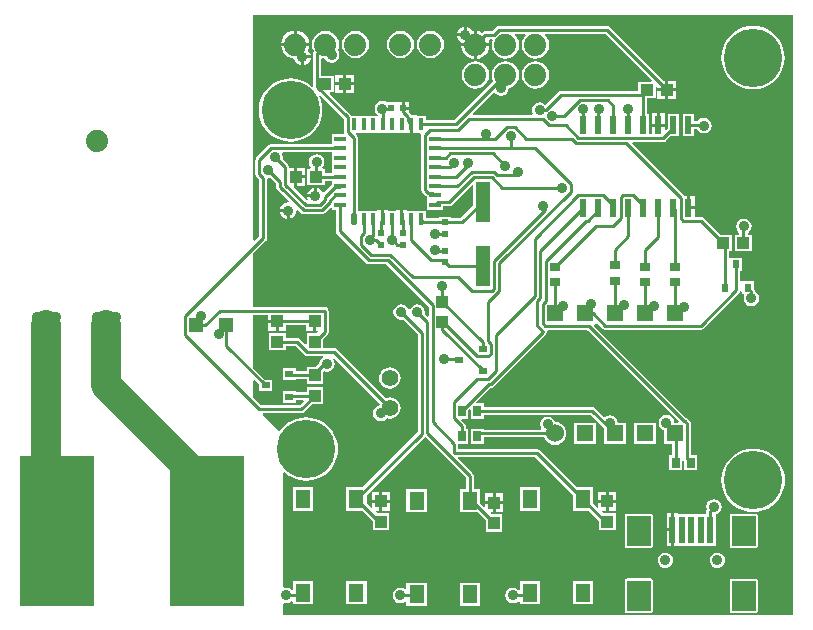
<source format=gtl>
%FSLAX25Y25*%
%MOIN*%
G70*
G01*
G75*
G04 Layer_Physical_Order=1*
G04 Layer_Color=255*
%ADD10R,0.04724X0.13780*%
G04:AMPARAMS|DCode=11|XSize=17.72mil|YSize=39.37mil|CornerRadius=4.43mil|HoleSize=0mil|Usage=FLASHONLY|Rotation=180.000|XOffset=0mil|YOffset=0mil|HoleType=Round|Shape=RoundedRectangle|*
%AMROUNDEDRECTD11*
21,1,0.01772,0.03051,0,0,180.0*
21,1,0.00886,0.03937,0,0,180.0*
1,1,0.00886,-0.00443,0.01526*
1,1,0.00886,0.00443,0.01526*
1,1,0.00886,0.00443,-0.01526*
1,1,0.00886,-0.00443,-0.01526*
%
%ADD11ROUNDEDRECTD11*%
%ADD12R,0.01772X0.03937*%
%ADD13R,0.03937X0.01772*%
%ADD14R,0.01969X0.09055*%
%ADD15R,0.05118X0.06102*%
%ADD16R,0.02756X0.02362*%
%ADD17R,0.02165X0.05906*%
%ADD18R,0.02362X0.02756*%
%ADD19R,0.03937X0.04331*%
%ADD20R,0.02362X0.01969*%
%ADD21R,0.02756X0.03543*%
%ADD22R,0.04331X0.03937*%
%ADD23R,0.03543X0.02756*%
%ADD24R,0.01969X0.02362*%
%ADD25R,0.25000X0.50000*%
%ADD26C,0.01000*%
%ADD27C,0.10000*%
%ADD28R,0.07874X0.09843*%
%ADD29C,0.07400*%
%ADD30C,0.05512*%
%ADD31R,0.05500X0.05500*%
%ADD32C,0.06000*%
%ADD33R,0.05118X0.05118*%
%ADD34R,0.05906X0.05906*%
%ADD35C,0.03500*%
%ADD36C,0.19500*%
%ADD37C,0.03543*%
G36*
X106100Y153903D02*
Y150754D01*
Y147604D01*
Y147326D01*
X103812D01*
Y148768D01*
X103206D01*
X102971Y149209D01*
X103502Y150005D01*
X103700Y151000D01*
X103502Y151995D01*
X102938Y152838D01*
X102095Y153402D01*
X101100Y153600D01*
X100105Y153402D01*
X99261Y152838D01*
X98698Y151995D01*
X98500Y151000D01*
X98698Y150005D01*
X99230Y149209D01*
X98994Y148768D01*
X97881D01*
Y143231D01*
X103812D01*
Y144675D01*
X106100D01*
Y144454D01*
Y143640D01*
X103563Y141103D01*
X103065Y141136D01*
X102661Y141661D01*
X102087Y142102D01*
X101418Y142379D01*
X101200Y142408D01*
Y139700D01*
X100700D01*
Y139200D01*
X97992D01*
X98021Y138982D01*
X98200Y138549D01*
X97784Y138271D01*
X93486Y142570D01*
X93654Y142974D01*
Y146000D01*
Y148969D01*
X92014D01*
Y149212D01*
X91913Y149719D01*
X91625Y150149D01*
X89780Y151995D01*
X89900Y152600D01*
X89702Y153595D01*
X89509Y153884D01*
X89745Y154324D01*
X106100D01*
Y153903D01*
D02*
G37*
G36*
X133089Y160593D02*
X134475D01*
Y160793D01*
X135699D01*
X136016Y160406D01*
X135968Y160163D01*
Y141566D01*
X136068Y141059D01*
X136356Y140629D01*
X136356Y140629D01*
X136356Y140629D01*
X137117Y139867D01*
X137547Y139580D01*
X137793Y139531D01*
Y138155D01*
Y135005D01*
X143330D01*
Y136330D01*
X145238D01*
X145745Y136431D01*
X146175Y136718D01*
X152876Y143419D01*
X153338Y143227D01*
Y136539D01*
X149093Y132294D01*
X145981D01*
Y132753D01*
X142019D01*
Y132294D01*
X137424D01*
Y134637D01*
X131325D01*
Y134837D01*
X129939D01*
Y131869D01*
X128939D01*
Y134837D01*
X127554D01*
Y134637D01*
X125026D01*
Y134837D01*
X123640D01*
Y131869D01*
X122640D01*
Y134837D01*
X121254D01*
Y134637D01*
X115155D01*
D01*
X115155D01*
X115017Y134775D01*
Y158869D01*
X114916Y159376D01*
X114629Y159806D01*
X114103Y160331D01*
X114295Y160793D01*
X130703D01*
Y160593D01*
X132089D01*
Y163561D01*
X133089D01*
Y160593D01*
D02*
G37*
G36*
X260000Y0D02*
X90000D01*
Y3705D01*
X90386Y4022D01*
X91000Y3900D01*
X91995Y4098D01*
X92838Y4662D01*
X93283Y4365D01*
Y3499D01*
X100001D01*
Y11202D01*
X93283D01*
Y8635D01*
X92838Y8338D01*
X91995Y8902D01*
X91000Y9100D01*
X90386Y8978D01*
X90000Y9295D01*
Y47320D01*
X90454Y47529D01*
X91380Y46738D01*
X92796Y45871D01*
X94330Y45235D01*
X95944Y44848D01*
X97600Y44717D01*
X99256Y44848D01*
X100870Y45235D01*
X102404Y45871D01*
X103820Y46738D01*
X105083Y47817D01*
X106161Y49080D01*
X107029Y50496D01*
X107665Y52030D01*
X108052Y53645D01*
X108183Y55300D01*
X108052Y56955D01*
X107665Y58570D01*
X107029Y60104D01*
X106161Y61520D01*
X105083Y62783D01*
X103820Y63862D01*
X102404Y64729D01*
X100870Y65365D01*
X99256Y65752D01*
X97600Y65883D01*
X95944Y65752D01*
X94330Y65365D01*
X92796Y64729D01*
X91380Y63862D01*
X90117Y62783D01*
X89038Y61520D01*
X89037Y61518D01*
X88541Y61459D01*
X83187Y66813D01*
X83379Y67274D01*
X95947D01*
X96454Y67375D01*
X96884Y67663D01*
X96884Y67663D01*
X96884Y67663D01*
X99409Y70188D01*
X103269D01*
Y76119D01*
X97732D01*
Y74479D01*
X94115D01*
Y74741D01*
X89759D01*
Y70779D01*
X94115D01*
Y71828D01*
X96647D01*
X96838Y71366D01*
X95397Y69925D01*
X82492D01*
X80000Y72418D01*
Y78035D01*
X80462Y78227D01*
X81885Y76803D01*
Y74519D01*
X86241D01*
Y78481D01*
X83956D01*
X80000Y82437D01*
Y99986D01*
X85031D01*
Y98347D01*
X88000D01*
Y97847D01*
X88500D01*
Y94681D01*
X90969D01*
Y96521D01*
X97531D01*
Y94681D01*
X100000D01*
Y97847D01*
X101000D01*
Y94681D01*
X101500D01*
X101560Y94535D01*
X101283Y94119D01*
X97732D01*
Y90478D01*
X97270Y90286D01*
X95465Y92091D01*
X95035Y92378D01*
X94528Y92479D01*
X90768D01*
Y94119D01*
X85232D01*
Y88188D01*
X90768D01*
Y89828D01*
X93979D01*
X97056Y86751D01*
X97486Y86464D01*
X97993Y86363D01*
X103134D01*
X103279Y85884D01*
X102762Y85539D01*
X102198Y84695D01*
X102043Y83918D01*
X100937Y82812D01*
X97732D01*
Y81172D01*
X94115D01*
Y82221D01*
X89759D01*
Y78259D01*
X94115D01*
Y78521D01*
X97732D01*
Y76881D01*
X103269D01*
Y80794D01*
X103530Y81185D01*
X103655Y81288D01*
X104600Y81100D01*
X105595Y81298D01*
X106438Y81862D01*
X107002Y82705D01*
X107200Y83700D01*
X107002Y84695D01*
X106549Y85372D01*
X106936Y85690D01*
X122229Y70396D01*
X122036Y69928D01*
X122010Y69730D01*
X121399Y69609D01*
X120555Y69045D01*
X119992Y68202D01*
X119794Y67207D01*
X119992Y66212D01*
X120555Y65368D01*
X121399Y64805D01*
X122394Y64607D01*
X123389Y64805D01*
X124232Y65368D01*
X124393Y65609D01*
X124572Y65536D01*
X125500Y65413D01*
X126428Y65536D01*
X127293Y65894D01*
X128036Y66464D01*
X128606Y67207D01*
X128964Y68072D01*
X129087Y69000D01*
X128964Y69928D01*
X128606Y70793D01*
X128036Y71536D01*
X127293Y72106D01*
X126428Y72464D01*
X125500Y72587D01*
X124572Y72464D01*
X124104Y72271D01*
X107749Y88625D01*
X107319Y88913D01*
X106812Y89014D01*
X103269D01*
Y92048D01*
X104725Y93505D01*
X105013Y93935D01*
X105114Y94442D01*
X105114Y94442D01*
X105114Y94442D01*
Y94442D01*
Y101312D01*
X105013Y101819D01*
X104725Y102249D01*
X104295Y102536D01*
X103788Y102637D01*
X80000D01*
Y120582D01*
X84131Y124713D01*
X84418Y125143D01*
X84519Y125650D01*
X84519Y125650D01*
X84519Y125650D01*
Y125650D01*
Y145402D01*
X84905Y145719D01*
X85000Y145700D01*
X85605Y145820D01*
X87563Y143863D01*
Y142747D01*
X87664Y142240D01*
X87951Y141810D01*
X91719Y138042D01*
X91559Y137568D01*
X90882Y137479D01*
X90213Y137202D01*
X89639Y136761D01*
X89198Y136187D01*
X88921Y135518D01*
X88892Y135300D01*
X91600D01*
Y134800D01*
X92100D01*
Y132092D01*
X92318Y132121D01*
X92987Y132398D01*
X93561Y132839D01*
X94002Y133413D01*
X94279Y134082D01*
X94368Y134759D01*
X94842Y134919D01*
X95848Y133913D01*
X96278Y133625D01*
X96786Y133525D01*
X102809D01*
X103316Y133625D01*
X103746Y133913D01*
X105638Y135805D01*
X106100Y135613D01*
Y135005D01*
X107543D01*
Y127858D01*
X107644Y127351D01*
X107931Y126921D01*
X117589Y117263D01*
X118019Y116975D01*
X118527Y116875D01*
X124351D01*
X138406Y102820D01*
Y99622D01*
X137944Y99430D01*
X137080Y100295D01*
X137200Y100900D01*
X137002Y101895D01*
X136438Y102738D01*
X135595Y103302D01*
X134600Y103500D01*
X133605Y103302D01*
X132762Y102738D01*
X132200Y101898D01*
X131700D01*
X131138Y102738D01*
X130295Y103302D01*
X129300Y103500D01*
X128305Y103302D01*
X127462Y102738D01*
X126898Y101895D01*
X126700Y100900D01*
X126898Y99905D01*
X127462Y99062D01*
X128305Y98498D01*
X129300Y98300D01*
X129905Y98420D01*
X134806Y93520D01*
Y60972D01*
X116335Y42501D01*
X110999D01*
Y34798D01*
X116335D01*
X119750Y31383D01*
Y28196D01*
X125287D01*
Y34127D01*
X121064D01*
X120786Y34543D01*
X120847Y34689D01*
X122018D01*
Y37354D01*
X119550D01*
Y35986D01*
X119088Y35794D01*
X117717Y37165D01*
Y40134D01*
X137069Y59486D01*
X137183Y59497D01*
X150774Y45906D01*
Y42001D01*
X148740D01*
Y34298D01*
X154748D01*
X157491Y31555D01*
Y27696D01*
X163028D01*
Y33627D01*
X159476D01*
X159199Y34043D01*
X159259Y34189D01*
X159759D01*
Y36854D01*
X157291D01*
Y36158D01*
X156829Y35966D01*
X155458Y37337D01*
Y42001D01*
X153425D01*
Y46455D01*
X153425Y46455D01*
X153425Y46455D01*
Y46455D01*
X153425D01*
X153425Y46455D01*
X153324Y46963D01*
X153036Y47393D01*
X148116Y52313D01*
X148308Y52775D01*
X173840D01*
X186481Y40134D01*
Y34798D01*
X191816D01*
X195231Y31383D01*
Y28196D01*
X200768D01*
Y34127D01*
X196545D01*
X196268Y34543D01*
X196328Y34689D01*
X197500D01*
Y37354D01*
X195031D01*
Y35986D01*
X194570Y35794D01*
X193199Y37165D01*
Y42501D01*
X187863D01*
X175327Y55037D01*
X174897Y55325D01*
X174389Y55426D01*
X148326D01*
Y56928D01*
X151619D01*
Y62072D01*
X150766D01*
Y63012D01*
X150766Y63012D01*
X150766Y63012D01*
Y63012D01*
X150766D01*
X150766Y63012D01*
X150665Y63519D01*
X150378Y63949D01*
X149361Y64966D01*
X149552Y65428D01*
X151619D01*
Y68278D01*
X152035Y68556D01*
X152381Y68412D01*
Y65428D01*
X156737D01*
Y66675D01*
X192451D01*
X196950Y62176D01*
Y56950D01*
X204050D01*
Y64050D01*
X201425D01*
X201226Y65045D01*
X200663Y65889D01*
X199820Y66452D01*
X198825Y66650D01*
X197829Y66452D01*
X196986Y65889D01*
X193937Y68937D01*
X193507Y69225D01*
X193000Y69326D01*
X156737D01*
Y70572D01*
X154540D01*
X154349Y71034D01*
X158969Y75653D01*
X159099D01*
X159606Y75754D01*
X160036Y76042D01*
X160036Y76042D01*
X160036Y76042D01*
X177387Y93392D01*
X177675Y93822D01*
X177776Y94330D01*
Y94666D01*
X177761Y94738D01*
X178078Y95125D01*
X191201D01*
X221814Y64512D01*
X221622Y64050D01*
X220341D01*
X220300Y64100D01*
X220102Y65095D01*
X219538Y65939D01*
X218695Y66502D01*
X217700Y66700D01*
X216705Y66502D01*
X215862Y65939D01*
X215298Y65095D01*
X215100Y64100D01*
X215298Y63105D01*
X215862Y62261D01*
X216705Y61698D01*
X216950Y61649D01*
Y56950D01*
X219415D01*
Y53372D01*
X218563D01*
Y48228D01*
X222919D01*
Y51349D01*
X223397Y51494D01*
X223613Y51172D01*
X223681Y51103D01*
Y48228D01*
X228037D01*
Y53372D01*
X225875D01*
Y63788D01*
X225775Y64296D01*
X225487Y64726D01*
X224726Y65487D01*
X224308Y65766D01*
X193586Y96488D01*
X193778Y96950D01*
X194050D01*
Y97084D01*
X194512Y97275D01*
X196274Y95513D01*
X196704Y95225D01*
X197212Y95125D01*
X229250D01*
X229757Y95225D01*
X230187Y95513D01*
X230187Y95513D01*
X230187Y95513D01*
X241937Y107263D01*
X242225Y107693D01*
X242262Y107878D01*
X242759Y107829D01*
Y106885D01*
X243389D01*
X243598Y106495D01*
X243400Y105500D01*
X243598Y104505D01*
X244162Y103662D01*
X245005Y103098D01*
X246000Y102900D01*
X246995Y103098D01*
X247838Y103662D01*
X248402Y104505D01*
X248600Y105500D01*
X248402Y106495D01*
X247838Y107338D01*
X247325Y107681D01*
Y107803D01*
X247225Y108310D01*
X246937Y108740D01*
X246721Y108956D01*
Y111241D01*
X242759D01*
Y111241D01*
X242679D01*
X242325Y111594D01*
Y114759D01*
X242981D01*
Y119115D01*
X239019D01*
Y119115D01*
X238939D01*
X238585Y119468D01*
Y121231D01*
X239619D01*
Y126769D01*
X235759D01*
X230123Y132405D01*
X229693Y132692D01*
X229186Y132793D01*
X227083D01*
Y135221D01*
X225000D01*
Y135721D01*
X224500D01*
Y139673D01*
X223716D01*
X223555Y139914D01*
X206229Y157239D01*
X206421Y157701D01*
X216621D01*
X217128Y157802D01*
X217558Y158089D01*
X217558Y158089D01*
X217558Y158089D01*
X218996Y159527D01*
X221883D01*
Y167032D01*
X218117D01*
Y162398D01*
X217545Y161825D01*
X217083Y162016D01*
Y162779D01*
X212917D01*
Y160352D01*
X211883D01*
Y167032D01*
X211326D01*
Y172231D01*
X214119D01*
Y176200D01*
X214265Y176260D01*
X214681Y175983D01*
Y175500D01*
X217347D01*
Y177969D01*
X216753D01*
X198784Y195937D01*
X198354Y196225D01*
X197846Y196326D01*
X161929D01*
X161422Y196225D01*
X160992Y195937D01*
X159580Y194526D01*
X157200D01*
X156693Y194425D01*
X156274Y194145D01*
X155227Y194579D01*
X154500Y194675D01*
Y190500D01*
X158675D01*
X158579Y191227D01*
X158483Y191459D01*
X158761Y191875D01*
X159456D01*
X159733Y191459D01*
X159616Y191175D01*
X159461Y190000D01*
X159616Y188825D01*
X160069Y187731D01*
X160791Y186791D01*
X161731Y186069D01*
X162825Y185616D01*
X164000Y185461D01*
X165175Y185616D01*
X166269Y186069D01*
X167209Y186791D01*
X167931Y187731D01*
X168384Y188825D01*
X168539Y190000D01*
X168384Y191175D01*
X167931Y192269D01*
X167209Y193209D01*
X167367Y193675D01*
X170633D01*
X170791Y193209D01*
X170069Y192269D01*
X169616Y191175D01*
X169461Y190000D01*
X169616Y188825D01*
X170069Y187731D01*
X170791Y186791D01*
X171731Y186069D01*
X172825Y185616D01*
X174000Y185461D01*
X175175Y185616D01*
X176269Y186069D01*
X177209Y186791D01*
X177931Y187731D01*
X178384Y188825D01*
X178539Y190000D01*
X178384Y191175D01*
X177931Y192269D01*
X177209Y193209D01*
X177367Y193675D01*
X197297D01*
X212741Y178230D01*
X212550Y177769D01*
X208188D01*
Y174676D01*
X182437D01*
X181929Y174575D01*
X181499Y174287D01*
X177341Y170128D01*
X177238Y170139D01*
X176395Y170702D01*
X175400Y170900D01*
X174405Y170702D01*
X173562Y170138D01*
X172998Y169295D01*
X172800Y168300D01*
X172998Y167305D01*
X173091Y167166D01*
X172855Y166726D01*
X153253D01*
X153062Y167187D01*
X160023Y174149D01*
X160521Y174100D01*
X160736Y173777D01*
X161580Y173214D01*
X162575Y173016D01*
X163570Y173214D01*
X164413Y173777D01*
X164977Y174621D01*
X165175Y175616D01*
X165175Y175616D01*
Y175616D01*
Y175616D01*
X165175D01*
X165175D01*
X165175Y175616D01*
X166269Y176069D01*
X167209Y176791D01*
X167931Y177731D01*
X168384Y178825D01*
X168539Y180000D01*
X168384Y181175D01*
X167931Y182269D01*
X167209Y183209D01*
X166269Y183931D01*
X165175Y184384D01*
X164000Y184539D01*
X162825Y184384D01*
X161731Y183931D01*
X160791Y183209D01*
X160069Y182269D01*
X159616Y181175D01*
X159461Y180000D01*
X159616Y178825D01*
X160007Y177881D01*
X147012Y164887D01*
X137424D01*
Y166330D01*
X134475D01*
Y166530D01*
X132859D01*
X132850Y166576D01*
X132562Y167006D01*
X131953Y167615D01*
Y168400D01*
X129969D01*
Y168900D01*
X129469D01*
Y171081D01*
X127984D01*
Y170881D01*
X127816D01*
Y170881D01*
X124475D01*
X123995Y171202D01*
X123000Y171400D01*
X122005Y171202D01*
X121162Y170638D01*
X120598Y169795D01*
X120400Y168800D01*
X120598Y167805D01*
X121162Y166962D01*
X121391Y166808D01*
X121246Y166330D01*
X112734D01*
X112730Y166348D01*
X112443Y166778D01*
X105451Y173770D01*
X105643Y174232D01*
X106719D01*
Y179769D01*
X102672D01*
Y185407D01*
X103048Y185737D01*
X103689Y185652D01*
X103698Y185605D01*
X104262Y184762D01*
X105105Y184198D01*
X106100Y184000D01*
X107095Y184198D01*
X107938Y184762D01*
X108502Y185605D01*
X108700Y186600D01*
X108502Y187595D01*
X108076Y188232D01*
X108384Y188975D01*
X108539Y190150D01*
X108384Y191325D01*
X107931Y192419D01*
X107209Y193359D01*
X106269Y194081D01*
X105175Y194534D01*
X104000Y194689D01*
X102825Y194534D01*
X101731Y194081D01*
X100791Y193359D01*
X100069Y192419D01*
X99616Y191325D01*
X99461Y190150D01*
X99616Y188975D01*
X100069Y187881D01*
X100092Y187852D01*
X100021Y187496D01*
Y176262D01*
X99567Y176053D01*
X98620Y176862D01*
X97204Y177729D01*
X95670Y178365D01*
X94055Y178752D01*
X92400Y178883D01*
X90745Y178752D01*
X89130Y178365D01*
X87596Y177729D01*
X86180Y176862D01*
X84917Y175783D01*
X83838Y174520D01*
X82971Y173104D01*
X82335Y171570D01*
X81948Y169956D01*
X81817Y168300D01*
X81948Y166645D01*
X82335Y165030D01*
X82971Y163496D01*
X83838Y162080D01*
X84917Y160817D01*
X86180Y159739D01*
X87596Y158871D01*
X89130Y158235D01*
X90745Y157848D01*
X92400Y157717D01*
X94055Y157848D01*
X95670Y158235D01*
X97204Y158871D01*
X98620Y159739D01*
X99883Y160817D01*
X100961Y162080D01*
X101829Y163496D01*
X102465Y165030D01*
X102852Y166645D01*
X102983Y168300D01*
X102852Y169956D01*
X102465Y171570D01*
X101939Y172840D01*
X102355Y173117D01*
X110180Y165292D01*
Y161054D01*
X110229Y160811D01*
X109911Y160424D01*
X106100D01*
Y157053D01*
Y156975D01*
X86037D01*
X85529Y156875D01*
X85099Y156587D01*
X81013Y152501D01*
X80725Y152071D01*
X80625Y151563D01*
Y147037D01*
X80725Y146529D01*
X81013Y146099D01*
X81013Y146099D01*
X81013Y146099D01*
X81868Y145244D01*
Y126199D01*
X80462Y124793D01*
X80000Y124984D01*
Y200000D01*
X260000D01*
Y0D01*
D02*
G37*
%LPC*%
G36*
X175482Y42501D02*
X168764D01*
Y34798D01*
X175482D01*
Y42501D01*
D02*
G37*
G36*
X159759Y40520D02*
X157291D01*
Y37854D01*
X159759D01*
Y40520D01*
D02*
G37*
G36*
X163228D02*
X160759D01*
Y37854D01*
X163228D01*
Y40520D01*
D02*
G37*
G36*
X100001Y42501D02*
X93283D01*
Y34798D01*
X100001D01*
Y42501D01*
D02*
G37*
G36*
X125487Y37354D02*
X123018D01*
Y34689D01*
X125487D01*
Y37354D01*
D02*
G37*
G36*
X200969D02*
X198500D01*
Y34689D01*
X200969D01*
Y37354D01*
D02*
G37*
G36*
X125500Y82587D02*
X124572Y82464D01*
X123707Y82106D01*
X122964Y81536D01*
X122394Y80793D01*
X122036Y79928D01*
X121913Y79000D01*
X122036Y78072D01*
X122394Y77207D01*
X122964Y76464D01*
X123707Y75894D01*
X124572Y75536D01*
X125500Y75413D01*
X126428Y75536D01*
X127293Y75894D01*
X128036Y76464D01*
X128606Y77207D01*
X128964Y78072D01*
X129087Y79000D01*
X128964Y79928D01*
X128606Y80793D01*
X128036Y81536D01*
X127293Y82106D01*
X126428Y82464D01*
X125500Y82587D01*
D02*
G37*
G36*
X197500Y41020D02*
X195031D01*
Y38354D01*
X197500D01*
Y41020D01*
D02*
G37*
G36*
X200969D02*
X198500D01*
Y38354D01*
X200969D01*
Y41020D01*
D02*
G37*
G36*
X194050Y64050D02*
X186950D01*
Y56950D01*
X194050D01*
Y64050D01*
D02*
G37*
G36*
X214050D02*
X206950D01*
Y56950D01*
X214050D01*
Y64050D01*
D02*
G37*
G36*
X122018Y41020D02*
X119550D01*
Y38354D01*
X122018D01*
Y41020D01*
D02*
G37*
G36*
X178192Y66119D02*
X177198Y65921D01*
X176354Y65358D01*
X175790Y64514D01*
X175593Y63519D01*
X175790Y62524D01*
X175963Y62266D01*
X175727Y61826D01*
X156737D01*
Y62072D01*
X152381D01*
Y56928D01*
X156737D01*
Y59175D01*
X176936D01*
X177181Y58584D01*
X177790Y57790D01*
X178584Y57181D01*
X179508Y56798D01*
X180500Y56667D01*
X181492Y56798D01*
X182416Y57181D01*
X183210Y57790D01*
X183819Y58584D01*
X184202Y59508D01*
X184333Y60500D01*
X184202Y61492D01*
X183819Y62416D01*
X183210Y63210D01*
X182416Y63819D01*
X181492Y64202D01*
X180634Y64315D01*
X180595Y64514D01*
X180031Y65358D01*
X179187Y65921D01*
X178192Y66119D01*
D02*
G37*
G36*
X125487Y41020D02*
X123018D01*
Y38354D01*
X125487D01*
Y41020D01*
D02*
G37*
G36*
X246600Y55483D02*
X244945Y55352D01*
X243330Y54965D01*
X241796Y54329D01*
X240380Y53461D01*
X239117Y52383D01*
X238038Y51120D01*
X237171Y49704D01*
X236535Y48170D01*
X236148Y46556D01*
X236017Y44900D01*
X236148Y43244D01*
X236535Y41630D01*
X237171Y40096D01*
X238038Y38680D01*
X239117Y37417D01*
X240380Y36338D01*
X241796Y35471D01*
X243330Y34835D01*
X244945Y34448D01*
X246600Y34317D01*
X248255Y34448D01*
X249870Y34835D01*
X251404Y35471D01*
X252820Y36338D01*
X254083Y37417D01*
X255161Y38680D01*
X256029Y40096D01*
X256665Y41630D01*
X257052Y43244D01*
X257183Y44900D01*
X257052Y46556D01*
X256665Y48170D01*
X256029Y49704D01*
X255161Y51120D01*
X254083Y52383D01*
X252820Y53461D01*
X251404Y54329D01*
X249870Y54965D01*
X248255Y55352D01*
X246600Y55483D01*
D02*
G37*
G36*
X175482Y11202D02*
X168764D01*
Y8623D01*
X168475Y8430D01*
X168323Y8349D01*
X167495Y8902D01*
X166500Y9100D01*
X165505Y8902D01*
X164662Y8338D01*
X164098Y7495D01*
X163900Y6500D01*
X164098Y5505D01*
X164662Y4662D01*
X165505Y4098D01*
X166500Y3900D01*
X167495Y4098D01*
X168323Y4651D01*
X168475Y4570D01*
X168764Y4377D01*
Y3499D01*
X175482D01*
Y11202D01*
D02*
G37*
G36*
X193199D02*
X186481D01*
Y3499D01*
X193199D01*
Y11202D01*
D02*
G37*
G36*
X217339Y20830D02*
X216667Y20742D01*
X216042Y20483D01*
X215505Y20070D01*
X215092Y19533D01*
X214833Y18908D01*
X214745Y18236D01*
X214833Y17565D01*
X215092Y16939D01*
X215505Y16402D01*
X216042Y15990D01*
X216667Y15731D01*
X217339Y15642D01*
X218010Y15731D01*
X218636Y15990D01*
X219173Y16402D01*
X219585Y16939D01*
X219844Y17565D01*
X219932Y18236D01*
X219844Y18908D01*
X219585Y19533D01*
X219173Y20070D01*
X218636Y20483D01*
X218010Y20742D01*
X217339Y20830D01*
D02*
G37*
G36*
X137742Y10702D02*
X131024D01*
Y8745D01*
X130582Y8510D01*
X129995Y8902D01*
X129000Y9100D01*
X128005Y8902D01*
X127162Y8338D01*
X126598Y7495D01*
X126400Y6500D01*
X126598Y5505D01*
X127162Y4662D01*
X128005Y4098D01*
X129000Y3900D01*
X129995Y4098D01*
X130582Y4490D01*
X131024Y4255D01*
Y2999D01*
X137742D01*
Y10702D01*
D02*
G37*
G36*
X212417Y12172D02*
X204542D01*
X204230Y12110D01*
X203966Y11933D01*
X203789Y11668D01*
X203727Y11356D01*
Y1514D01*
X203789Y1202D01*
X203966Y937D01*
X204230Y760D01*
X204542Y698D01*
X212417D01*
X212729Y760D01*
X212993Y937D01*
X213170Y1202D01*
X213232Y1514D01*
Y11356D01*
X213170Y11668D01*
X212993Y11933D01*
X212729Y12110D01*
X212417Y12172D01*
D02*
G37*
G36*
X247466Y12163D02*
X239593D01*
X239280Y12101D01*
X239016Y11924D01*
X238839Y11659D01*
X238777Y11347D01*
Y1505D01*
X238839Y1193D01*
X239016Y928D01*
X239280Y751D01*
X239593Y689D01*
X247466D01*
X247779Y751D01*
X248043Y928D01*
X248220Y1193D01*
X248282Y1505D01*
Y11347D01*
X248220Y11659D01*
X248043Y11924D01*
X247779Y12101D01*
X247466Y12163D01*
D02*
G37*
G36*
X117717Y11202D02*
X110999D01*
Y3499D01*
X117717D01*
Y11202D01*
D02*
G37*
G36*
X155458Y10702D02*
X148740D01*
Y2999D01*
X155458D01*
Y10702D01*
D02*
G37*
G36*
X233500Y38600D02*
X232505Y38402D01*
X231662Y37839D01*
X231098Y36995D01*
X230900Y36000D01*
X231056Y35214D01*
X230974Y34799D01*
Y33800D01*
X221685D01*
Y34000D01*
X220201D01*
Y28472D01*
Y22945D01*
X221685D01*
Y23145D01*
X234084D01*
Y33516D01*
X234495Y33598D01*
X235338Y34161D01*
X235902Y35005D01*
X236100Y36000D01*
X235902Y36995D01*
X235338Y37839D01*
X234495Y38402D01*
X233500Y38600D01*
D02*
G37*
G36*
X219201Y34000D02*
X217717D01*
Y28972D01*
X219201D01*
Y34000D01*
D02*
G37*
G36*
X137742Y42001D02*
X131024D01*
Y34298D01*
X137742D01*
Y42001D01*
D02*
G37*
G36*
X163228Y36854D02*
X160759D01*
Y34189D01*
X163228D01*
Y36854D01*
D02*
G37*
G36*
X247466Y33816D02*
X239593D01*
X239280Y33754D01*
X239016Y33578D01*
X238839Y33313D01*
X238777Y33001D01*
Y23158D01*
X238839Y22846D01*
X239016Y22581D01*
X239280Y22405D01*
X239593Y22343D01*
X247466D01*
X247779Y22405D01*
X248043Y22581D01*
X248220Y22846D01*
X248282Y23158D01*
Y33001D01*
X248220Y33313D01*
X248043Y33578D01*
X247779Y33754D01*
X247466Y33816D01*
D02*
G37*
G36*
X234661Y20830D02*
X233990Y20742D01*
X233365Y20483D01*
X232827Y20070D01*
X232415Y19533D01*
X232156Y18908D01*
X232068Y18236D01*
X232156Y17565D01*
X232415Y16939D01*
X232827Y16402D01*
X233365Y15990D01*
X233990Y15731D01*
X234661Y15642D01*
X235333Y15731D01*
X235958Y15990D01*
X236495Y16402D01*
X236908Y16939D01*
X237167Y17565D01*
X237255Y18236D01*
X237167Y18908D01*
X236908Y19533D01*
X236495Y20070D01*
X235958Y20483D01*
X235333Y20742D01*
X234661Y20830D01*
D02*
G37*
G36*
X219201Y27972D02*
X217717D01*
Y22945D01*
X219201D01*
Y27972D01*
D02*
G37*
G36*
X212417Y33825D02*
X204542D01*
X204230Y33763D01*
X203966Y33586D01*
X203789Y33322D01*
X203727Y33010D01*
Y23167D01*
X203789Y22855D01*
X203966Y22591D01*
X204230Y22414D01*
X204542Y22352D01*
X212417D01*
X212729Y22414D01*
X212993Y22591D01*
X213170Y22855D01*
X213232Y23167D01*
Y33010D01*
X213170Y33322D01*
X212993Y33586D01*
X212729Y33763D01*
X212417Y33825D01*
D02*
G37*
G36*
X87500Y97347D02*
X85031D01*
Y94681D01*
X87500D01*
Y97347D01*
D02*
G37*
G36*
X98675Y189650D02*
X89325D01*
X89421Y188923D01*
X89895Y187780D01*
X90648Y186798D01*
X91630Y186045D01*
X92773Y185571D01*
X93674Y185452D01*
X93691Y185327D01*
X93968Y184658D01*
X94409Y184083D01*
X94983Y183642D01*
X95652Y183365D01*
X95870Y183337D01*
Y186045D01*
X96370D01*
Y186545D01*
X99078D01*
X99050Y186762D01*
X98772Y187431D01*
X98332Y188006D01*
X98231Y188083D01*
X98579Y188923D01*
X98675Y189650D01*
D02*
G37*
G36*
X99078Y185545D02*
X96870D01*
Y183337D01*
X97088Y183365D01*
X97757Y183642D01*
X98332Y184083D01*
X98772Y184658D01*
X99050Y185327D01*
X99078Y185545D01*
D02*
G37*
G36*
X153500Y189500D02*
X149325D01*
X149421Y188773D01*
X149895Y187630D01*
X150648Y186648D01*
X151630Y185895D01*
X152773Y185421D01*
X153500Y185325D01*
Y189500D01*
D02*
G37*
G36*
X113612Y179969D02*
X110947D01*
Y177500D01*
X113612D01*
Y179969D01*
D02*
G37*
G36*
X174000Y184539D02*
X172825Y184384D01*
X171731Y183931D01*
X170791Y183209D01*
X170069Y182269D01*
X169616Y181175D01*
X169461Y180000D01*
X169616Y178825D01*
X170069Y177731D01*
X170791Y176791D01*
X171731Y176069D01*
X172825Y175616D01*
X174000Y175461D01*
X175175Y175616D01*
X176269Y176069D01*
X177209Y176791D01*
X177931Y177731D01*
X178384Y178825D01*
X178539Y180000D01*
X178384Y181175D01*
X177931Y182269D01*
X177209Y183209D01*
X176269Y183931D01*
X175175Y184384D01*
X174000Y184539D01*
D02*
G37*
G36*
X221012Y177969D02*
X218347D01*
Y175500D01*
X221012D01*
Y177969D01*
D02*
G37*
G36*
X109947Y179969D02*
X107281D01*
Y177500D01*
X109947D01*
Y179969D01*
D02*
G37*
G36*
X158675Y189500D02*
X154500D01*
Y185325D01*
X155227Y185421D01*
X156370Y185895D01*
X157352Y186648D01*
X158105Y187630D01*
X158579Y188773D01*
X158675Y189500D01*
D02*
G37*
G36*
X93500Y194825D02*
X92773Y194729D01*
X91630Y194255D01*
X90648Y193502D01*
X89895Y192520D01*
X89421Y191377D01*
X89325Y190650D01*
X93500D01*
Y194825D01*
D02*
G37*
G36*
X94500D02*
Y190650D01*
X98675D01*
X98579Y191377D01*
X98105Y192520D01*
X97352Y193502D01*
X96370Y194255D01*
X95227Y194729D01*
X94500Y194825D01*
D02*
G37*
G36*
X150148Y196060D02*
X149930Y196031D01*
X149261Y195754D01*
X148687Y195313D01*
X148246Y194739D01*
X147969Y194070D01*
X147940Y193852D01*
X150148D01*
Y196060D01*
D02*
G37*
G36*
X151148D02*
Y193352D01*
X150648D01*
Y192852D01*
X147940D01*
X147969Y192634D01*
X148246Y191965D01*
X148687Y191391D01*
X149261Y190950D01*
X149378Y190902D01*
X149325Y190500D01*
X153500D01*
Y194675D01*
X153098Y194622D01*
X153050Y194739D01*
X152609Y195313D01*
X152035Y195754D01*
X151366Y196031D01*
X151148Y196060D01*
D02*
G37*
G36*
X114000Y194689D02*
X112825Y194534D01*
X111731Y194081D01*
X110791Y193359D01*
X110069Y192419D01*
X109616Y191325D01*
X109461Y190150D01*
X109616Y188975D01*
X110069Y187881D01*
X110791Y186941D01*
X111731Y186219D01*
X112825Y185766D01*
X114000Y185611D01*
X115175Y185766D01*
X116269Y186219D01*
X117209Y186941D01*
X117931Y187881D01*
X118384Y188975D01*
X118539Y190150D01*
X118384Y191325D01*
X117931Y192419D01*
X117209Y193359D01*
X116269Y194081D01*
X115175Y194534D01*
X114000Y194689D01*
D02*
G37*
G36*
X129000D02*
X127825Y194534D01*
X126731Y194081D01*
X125791Y193359D01*
X125069Y192419D01*
X124616Y191325D01*
X124461Y190150D01*
X124616Y188975D01*
X125069Y187881D01*
X125791Y186941D01*
X126731Y186219D01*
X127825Y185766D01*
X129000Y185611D01*
X130175Y185766D01*
X131269Y186219D01*
X132209Y186941D01*
X132931Y187881D01*
X133384Y188975D01*
X133539Y190150D01*
X133384Y191325D01*
X132931Y192419D01*
X132209Y193359D01*
X131269Y194081D01*
X130175Y194534D01*
X129000Y194689D01*
D02*
G37*
G36*
X139000D02*
X137825Y194534D01*
X136731Y194081D01*
X135791Y193359D01*
X135069Y192419D01*
X134616Y191325D01*
X134461Y190150D01*
X134616Y188975D01*
X135069Y187881D01*
X135791Y186941D01*
X136731Y186219D01*
X137825Y185766D01*
X139000Y185611D01*
X140175Y185766D01*
X141269Y186219D01*
X142209Y186941D01*
X142931Y187881D01*
X143384Y188975D01*
X143539Y190150D01*
X143384Y191325D01*
X142931Y192419D01*
X142209Y193359D01*
X141269Y194081D01*
X140175Y194534D01*
X139000Y194689D01*
D02*
G37*
G36*
X154000Y184539D02*
X152825Y184384D01*
X151731Y183931D01*
X150791Y183209D01*
X150069Y182269D01*
X149616Y181175D01*
X149461Y180000D01*
X149616Y178825D01*
X150069Y177731D01*
X150791Y176791D01*
X151731Y176069D01*
X152825Y175616D01*
X154000Y175461D01*
X155175Y175616D01*
X156269Y176069D01*
X157209Y176791D01*
X157931Y177731D01*
X158384Y178825D01*
X158539Y180000D01*
X158384Y181175D01*
X157931Y182269D01*
X157209Y183209D01*
X156269Y183931D01*
X155175Y184384D01*
X154000Y184539D01*
D02*
G37*
G36*
X97319Y145500D02*
X94653D01*
Y143032D01*
X97319D01*
Y145500D01*
D02*
G37*
G36*
Y148969D02*
X94653D01*
Y146500D01*
X97319D01*
Y148969D01*
D02*
G37*
G36*
X226883Y167032D02*
X223117D01*
Y159527D01*
X226883D01*
Y161954D01*
X227899D01*
X228362Y161262D01*
X229205Y160698D01*
X230200Y160500D01*
X231195Y160698D01*
X232038Y161262D01*
X232602Y162105D01*
X232800Y163100D01*
X232602Y164095D01*
X232038Y164938D01*
X231195Y165502D01*
X230200Y165700D01*
X229205Y165502D01*
X228362Y164938D01*
X228139Y164605D01*
X226883D01*
Y167032D01*
D02*
G37*
G36*
X100200Y142408D02*
X99982Y142379D01*
X99313Y142102D01*
X98739Y141661D01*
X98298Y141087D01*
X98021Y140418D01*
X97992Y140200D01*
X100200D01*
Y142408D01*
D02*
G37*
G36*
X243500Y132100D02*
X242505Y131902D01*
X241662Y131338D01*
X241098Y130495D01*
X240900Y129500D01*
X241098Y128505D01*
X241662Y127662D01*
X242021Y127421D01*
Y126769D01*
X240381D01*
Y121231D01*
X246312D01*
Y126769D01*
X244863D01*
X244718Y127247D01*
X245339Y127662D01*
X245902Y128505D01*
X246100Y129500D01*
X245902Y130495D01*
X245339Y131338D01*
X244495Y131902D01*
X243500Y132100D01*
D02*
G37*
G36*
X91100Y134300D02*
X88892D01*
X88921Y134082D01*
X89198Y133413D01*
X89639Y132839D01*
X90213Y132398D01*
X90882Y132121D01*
X91100Y132092D01*
Y134300D01*
D02*
G37*
G36*
X227083Y139673D02*
X225500D01*
Y136221D01*
X227083D01*
Y139673D01*
D02*
G37*
G36*
X214500Y167232D02*
X212917D01*
Y163779D01*
X214500D01*
Y167232D01*
D02*
G37*
G36*
X109947Y176500D02*
X107281D01*
Y174031D01*
X109947D01*
Y176500D01*
D02*
G37*
G36*
X113612D02*
X110947D01*
Y174031D01*
X113612D01*
Y176500D01*
D02*
G37*
G36*
X246544Y196383D02*
X244888Y196252D01*
X243274Y195865D01*
X241740Y195229D01*
X240324Y194361D01*
X239061Y193283D01*
X237982Y192020D01*
X237115Y190604D01*
X236479Y189070D01*
X236092Y187455D01*
X235961Y185800D01*
X236092Y184144D01*
X236479Y182530D01*
X237115Y180996D01*
X237982Y179580D01*
X239061Y178317D01*
X240324Y177239D01*
X241740Y176371D01*
X243274Y175735D01*
X244888Y175348D01*
X246544Y175217D01*
X248199Y175348D01*
X249814Y175735D01*
X251348Y176371D01*
X252764Y177239D01*
X254027Y178317D01*
X255105Y179580D01*
X255973Y180996D01*
X256609Y182530D01*
X256996Y184144D01*
X257126Y185800D01*
X256996Y187455D01*
X256609Y189070D01*
X255973Y190604D01*
X255105Y192020D01*
X254027Y193283D01*
X252764Y194361D01*
X251348Y195229D01*
X249814Y195865D01*
X248199Y196252D01*
X246544Y196383D01*
D02*
G37*
G36*
X221012Y174500D02*
X218347D01*
Y172031D01*
X221012D01*
Y174500D01*
D02*
G37*
G36*
X217083Y167232D02*
X215500D01*
Y163779D01*
X217083D01*
Y167232D01*
D02*
G37*
G36*
X131953Y171081D02*
X130468D01*
Y169400D01*
X131953D01*
Y171081D01*
D02*
G37*
G36*
X217347Y174500D02*
X214681D01*
Y172031D01*
X217347D01*
Y174500D01*
D02*
G37*
%LPD*%
D10*
X156500Y116173D02*
D03*
Y137827D02*
D03*
D11*
X113691Y131869D02*
D03*
D12*
X116841D02*
D03*
X119991D02*
D03*
X123140D02*
D03*
X126290D02*
D03*
X129439D02*
D03*
X132589D02*
D03*
X135739D02*
D03*
Y163561D02*
D03*
X132589D02*
D03*
X129439D02*
D03*
X126290D02*
D03*
X123140D02*
D03*
X119991D02*
D03*
X116841D02*
D03*
X113691D02*
D03*
D13*
X140561Y136691D02*
D03*
Y139841D02*
D03*
Y142991D02*
D03*
Y146140D02*
D03*
Y149290D02*
D03*
Y152439D02*
D03*
Y155589D02*
D03*
Y158739D02*
D03*
X108869D02*
D03*
Y155589D02*
D03*
Y152439D02*
D03*
Y149290D02*
D03*
Y146140D02*
D03*
Y142991D02*
D03*
Y139841D02*
D03*
Y136691D02*
D03*
D14*
X232299Y28472D02*
D03*
X229150D02*
D03*
X226000D02*
D03*
X222850D02*
D03*
X219701D02*
D03*
D15*
X172123Y38650D02*
D03*
Y7350D02*
D03*
X189840D02*
D03*
Y38650D02*
D03*
X96642D02*
D03*
Y7350D02*
D03*
X114358D02*
D03*
Y38650D02*
D03*
X134382Y38150D02*
D03*
Y6850D02*
D03*
X152099D02*
D03*
Y38150D02*
D03*
D16*
X156437Y81260D02*
D03*
Y88740D02*
D03*
X148563Y85000D02*
D03*
X91937Y72760D02*
D03*
Y80240D02*
D03*
X84063Y76500D02*
D03*
D17*
X225000Y135721D02*
D03*
X220000D02*
D03*
X215000D02*
D03*
X210000D02*
D03*
X205000D02*
D03*
X200000D02*
D03*
X195000D02*
D03*
X190000D02*
D03*
Y163279D02*
D03*
X195000D02*
D03*
X200000D02*
D03*
X205000D02*
D03*
X210000D02*
D03*
X215000D02*
D03*
X220000D02*
D03*
X225000D02*
D03*
D18*
X237260Y109063D02*
D03*
X244740D02*
D03*
X241000Y116937D02*
D03*
D19*
X100500Y97847D02*
D03*
Y91154D02*
D03*
X88000Y97847D02*
D03*
Y91154D02*
D03*
X143000Y97654D02*
D03*
Y104347D02*
D03*
X198000Y37854D02*
D03*
Y31161D02*
D03*
X122518Y37854D02*
D03*
Y31161D02*
D03*
X160259Y37354D02*
D03*
Y30661D02*
D03*
X100500Y73154D02*
D03*
Y79847D02*
D03*
D20*
X122600Y123331D02*
D03*
Y127269D02*
D03*
X129900Y123432D02*
D03*
Y127368D02*
D03*
X144000Y121468D02*
D03*
Y117532D02*
D03*
Y127032D02*
D03*
Y130968D02*
D03*
D21*
X154559Y68000D02*
D03*
X149441D02*
D03*
X154559Y59500D02*
D03*
X149441D02*
D03*
X220741Y50800D02*
D03*
X225859D02*
D03*
D22*
X94153Y146000D02*
D03*
X100847D02*
D03*
X211154Y175000D02*
D03*
X217846D02*
D03*
X236653Y124000D02*
D03*
X243347D02*
D03*
X110447Y177000D02*
D03*
X103753D02*
D03*
D23*
X210500Y110941D02*
D03*
Y116059D02*
D03*
X220500Y110941D02*
D03*
Y116059D02*
D03*
X200500Y111441D02*
D03*
Y116559D02*
D03*
X180500Y110941D02*
D03*
Y116059D02*
D03*
D24*
X126031Y168900D02*
D03*
X129969D02*
D03*
D25*
X14500Y28000D02*
D03*
X64500D02*
D03*
D26*
X173828Y125423D02*
X188379Y139973D01*
X160915Y81340D02*
Y93345D01*
X175628Y121349D02*
X190000Y135721D01*
X174650Y96466D02*
Y104534D01*
X177428Y104767D02*
Y117975D01*
X176450Y103788D02*
X177428Y104767D01*
X175628Y105512D02*
Y121349D01*
X174650Y104534D02*
X175628Y105512D01*
X173828Y106258D02*
Y125423D01*
X160915Y93345D02*
X173828Y106258D01*
X190921Y131468D02*
X191621D01*
X177428Y117975D02*
X190921Y131468D01*
X176450Y97211D02*
Y103788D01*
X195000Y134847D02*
Y135721D01*
X191621Y131468D02*
X195000Y134847D01*
X177211Y96450D02*
X191750D01*
X174650Y96466D02*
X176450Y94666D01*
Y94330D02*
Y94666D01*
Y97211D02*
X177211Y96450D01*
X191750D02*
X223650Y64550D01*
X224550Y52109D02*
Y63788D01*
Y52109D02*
X225859Y50800D01*
X223650Y64550D02*
X223788D01*
X224550Y63788D01*
X220500Y60500D02*
X220741Y60259D01*
Y50800D02*
Y60259D01*
X95947Y68600D02*
X100500Y73154D01*
X81943Y68600D02*
X95947D01*
X57141Y93402D02*
X81943Y68600D01*
X57141Y93402D02*
Y99598D01*
X83193Y125650D01*
Y145793D01*
X61000Y96500D02*
X64043D01*
X68855Y101312D01*
X81950Y147037D02*
Y151563D01*
X86037Y155650D01*
X108808D01*
X108869Y155589D01*
X81950Y147037D02*
X83193Y145793D01*
X100847Y146000D02*
X108728D01*
X100847D02*
Y150747D01*
X108728Y146000D02*
X108869Y146140D01*
X90688Y143493D02*
Y149212D01*
X87300Y152600D02*
X90688Y149212D01*
X88888Y142747D02*
X96786Y134850D01*
X88888Y142747D02*
Y144412D01*
X85000Y148300D02*
X88888Y144412D01*
X96786Y134850D02*
X102809D01*
X90688Y143493D02*
X97531Y136650D01*
X103800Y139465D02*
X107066Y142731D01*
X103800Y138387D02*
Y139465D01*
X105600Y138116D02*
X107325Y139841D01*
X108869D01*
X102063Y136650D02*
X103800Y138387D01*
X102809Y134850D02*
X105600Y137641D01*
Y138116D01*
X97531Y136650D02*
X102063D01*
X107066Y142731D02*
X108609D01*
X108869Y142991D01*
X167063Y162650D02*
X170975Y158739D01*
X160625D02*
X164537Y162650D01*
X140561Y158739D02*
X160625D01*
X170975D02*
X186121D01*
X222617Y132229D02*
Y138977D01*
X204368Y157227D02*
X222617Y138977D01*
X187633Y157227D02*
X204368D01*
X164537Y162650D02*
X167063D01*
X229186Y131468D02*
X236653Y124000D01*
X223379Y131468D02*
X229186D01*
X222617Y132229D02*
X223379Y131468D01*
X186121Y158739D02*
X187633Y157227D01*
X161962Y107999D02*
Y117249D01*
X160162Y108745D02*
Y117994D01*
X161962Y117249D02*
X185850Y141137D01*
X160162Y117994D02*
X177100Y134932D01*
X173863Y155650D02*
X185850Y143663D01*
Y141137D02*
Y143663D01*
X188379Y139973D02*
X196621D01*
X165700Y155650D02*
X173863D01*
X158353Y104391D02*
X161962Y107999D01*
X158353Y91221D02*
Y104391D01*
X148271Y112550D02*
X152838Y107984D01*
X133096Y112550D02*
X148271D01*
X125646Y120000D02*
X133096Y112550D01*
X152838Y107984D02*
X159401D01*
X160162Y108745D01*
X119272Y120000D02*
X125646D01*
X115850Y123422D02*
X119272Y120000D01*
X115850Y123422D02*
Y126363D01*
X116841Y127354D01*
Y131869D01*
X124900Y118200D02*
X139732Y103368D01*
X118527Y118200D02*
X124900D01*
X108869Y127858D02*
X118527Y118200D01*
X108869Y127858D02*
Y136691D01*
X195000Y168300D02*
X195200Y168500D01*
X195000Y163279D02*
Y168300D01*
X200000Y163279D02*
Y169800D01*
X198250Y171550D02*
X200000Y169800D01*
X188737Y171550D02*
X198250D01*
X119991Y126191D02*
Y131869D01*
X119000Y125200D02*
X119991Y126191D01*
X140561Y155589D02*
X140622Y155650D01*
X165700D01*
X165800Y155750D01*
Y159600D01*
X176437Y165250D02*
X178437Y163250D01*
X174137Y165250D02*
X176437D01*
X173987Y165400D02*
X174137Y165250D01*
X151946Y165400D02*
X173987D01*
X148307Y161761D02*
X151946Y165400D01*
X181013Y163300D02*
X184106D01*
X180963Y163250D02*
X181013Y163300D01*
X178437Y163250D02*
X180963D01*
X184106Y163300D02*
X188379Y159027D01*
X138891Y161761D02*
X148307D01*
X137293Y160163D02*
X138891Y161761D01*
X113691Y131869D02*
Y158869D01*
X111505Y161054D02*
X113691Y158869D01*
X100500Y91154D02*
X103788Y94442D01*
Y101312D01*
X68855D02*
X103788D01*
X88000Y97847D02*
X100500D01*
X210000Y173846D02*
X211154Y175000D01*
X209504Y173350D02*
X210000Y173846D01*
X182437Y173350D02*
X209504D01*
X177387Y168300D02*
X182437Y173350D01*
X175400Y168300D02*
X177387D01*
X183487Y166300D02*
X188737Y171550D01*
X179700Y166300D02*
X183487D01*
X159850Y153850D02*
X164000Y149700D01*
X145637Y153850D02*
X159850D01*
X144226Y152439D02*
X145637Y153850D01*
X140561Y152439D02*
X144226D01*
X141525Y137655D02*
X145238D01*
X148028Y142991D02*
X152854Y147817D01*
X140561Y142991D02*
X148028D01*
X145238Y137655D02*
X153599Y146017D01*
X167250Y146650D02*
X168300Y147700D01*
X161313Y146650D02*
X167250D01*
X160146Y147817D02*
X161313Y146650D01*
X152854Y147817D02*
X160146D01*
X153599Y146017D02*
X159401D01*
X151400Y150700D02*
X151800Y150300D01*
X147640Y146140D02*
X151800Y150300D01*
X140561Y146140D02*
X147640D01*
X142900Y109500D02*
X143000Y109400D01*
Y104347D02*
Y109400D01*
X159401Y146017D02*
X163017Y142400D01*
X158353Y91221D02*
X159115Y90460D01*
Y87021D02*
Y90460D01*
X158353Y78779D02*
X160915Y81340D01*
X154521Y86259D02*
X158353D01*
X159115Y87021D01*
X143126Y97654D02*
X154521Y86259D01*
X143000Y97654D02*
X143126D01*
X139732Y64221D02*
Y103368D01*
X145390Y149290D02*
X146900Y150800D01*
X140561Y149290D02*
X145390D01*
X129300Y100900D02*
X136132Y94068D01*
Y60423D02*
Y94068D01*
X114358Y38650D02*
X136132Y60423D01*
X137932Y60623D02*
X152099Y46455D01*
Y38150D02*
Y46455D01*
X137932Y60623D02*
Y97569D01*
X134600Y100900D02*
X137932Y97569D01*
X106812Y87688D02*
X125500Y69000D01*
X97993Y87688D02*
X106812D01*
X118900Y125100D02*
X119000Y125200D01*
X126100D02*
X126300Y125000D01*
X132589Y125098D02*
Y131869D01*
Y125098D02*
X139237Y118450D01*
X139732Y64221D02*
X147000Y56953D01*
Y54100D02*
Y56953D01*
Y54100D02*
X174389D01*
X126100Y125200D02*
X127868Y123432D01*
X174389Y54100D02*
X189840Y38650D01*
X114358D02*
X121846Y31161D01*
X122518D01*
X152099Y38150D02*
X152771D01*
X160259Y30661D01*
X189840Y38650D02*
X197328Y31161D01*
X198000D01*
X100847Y150747D02*
X101100Y151000D01*
X111505Y161054D02*
Y165841D01*
X101347Y176000D02*
X111505Y165841D01*
X101347Y187496D02*
X104000Y190150D01*
X101347Y176000D02*
Y187496D01*
X131625Y164525D02*
X132589Y163561D01*
X147561D02*
X164000Y180000D01*
X135739Y163561D02*
X147561D01*
X154000Y190000D02*
X157200Y193200D01*
X160129D01*
X161929Y195000D02*
X197846D01*
X217846Y175000D01*
X160129Y193200D02*
X161929Y195000D01*
X140561Y136691D02*
X141525Y137655D01*
X163017Y142400D02*
X182800D01*
X188379Y159027D02*
X216621D01*
X230020Y163279D02*
X230200Y163100D01*
X225000Y163279D02*
X230020D01*
X139598Y140805D02*
X140561Y139841D01*
X138054Y140805D02*
X139598D01*
X137293Y141566D02*
X138054Y140805D01*
X137293Y141566D02*
Y160163D01*
X216621Y159027D02*
X220000Y162406D01*
Y163279D01*
X210000D02*
Y173846D01*
X139237Y118450D02*
X143081D01*
X144000Y117532D01*
X145358Y116173D01*
X156500D01*
X135739Y131869D02*
X136639Y130968D01*
X144000D01*
X149642D01*
X156500Y137827D01*
X88000Y91154D02*
X94528D01*
X97993Y87688D01*
X156437Y88740D02*
Y90909D01*
X143000Y104347D02*
X156437Y90909D01*
Y81260D02*
Y81524D01*
X143000Y94960D02*
X156437Y81524D01*
X143000Y94960D02*
Y97654D01*
X148263Y85300D02*
X148563Y85000D01*
X143500Y85300D02*
X148263D01*
X241000Y108200D02*
Y116937D01*
X229250Y96450D02*
X241000Y108200D01*
X190500Y100500D02*
X193161D01*
X197212Y96450D01*
X149441Y68000D02*
X158420Y76979D01*
X159099D01*
X197212Y96450D02*
X229250D01*
X236653Y124000D02*
X237260Y123394D01*
Y109063D02*
Y123394D01*
X200000Y135721D02*
Y136594D01*
X196621Y139973D02*
X200000Y136594D01*
X159099Y76979D02*
X176450Y94330D01*
X154470Y78779D02*
X158353D01*
X146763Y71072D02*
X154470Y78779D01*
X146763Y65690D02*
Y71072D01*
Y65690D02*
X149441Y63012D01*
Y59500D02*
Y63012D01*
X194109Y129668D02*
X199821D01*
X180500Y116059D02*
X194109Y129668D01*
X199821D02*
X202617Y132464D01*
X210000Y135721D02*
Y136594D01*
X206621Y139973D02*
X210000Y136594D01*
X203379Y139973D02*
X206621D01*
X202617Y139212D02*
X203379Y139973D01*
X202617Y132464D02*
Y139212D01*
X205000Y126300D02*
Y135721D01*
X200500Y121800D02*
X205000Y126300D01*
X200500Y116559D02*
Y121800D01*
X215000Y126100D02*
Y135721D01*
X210500Y121600D02*
X215000Y126100D01*
X210500Y116059D02*
Y121600D01*
X220000Y135721D02*
X220500Y135221D01*
Y116059D02*
Y135221D01*
X193000Y68000D02*
X200500Y60500D01*
X154559Y68000D02*
X193000D01*
X180500Y100500D02*
Y110941D01*
X220500Y100500D02*
Y110941D01*
X210500Y100500D02*
Y110941D01*
X200500Y100500D02*
Y111441D01*
X154559Y59500D02*
X155559Y60500D01*
X180500D01*
X95791Y6500D02*
X96642Y7350D01*
X91000Y6500D02*
X95791D01*
X134032D02*
X134382Y6850D01*
X129000Y6500D02*
X134032D01*
X171273D02*
X172123Y7350D01*
X166500Y6500D02*
X171273D01*
X232299Y34799D02*
X233500Y36000D01*
X232299Y28472D02*
Y34799D01*
X243347Y129347D02*
X243500Y129500D01*
X243347Y124000D02*
Y129347D01*
X244740Y109063D02*
X246000Y107803D01*
Y105500D02*
Y107803D01*
X190000Y163279D02*
Y168500D01*
X205000Y163279D02*
Y168500D01*
X100500Y80500D02*
X103700Y83700D01*
X104600D01*
X125932Y168800D02*
X126031Y168900D01*
X123000Y168800D02*
X125932D01*
X123000D02*
X123140Y168660D01*
Y163561D02*
Y168660D01*
X131625Y164525D02*
Y166068D01*
X129969Y167725D02*
X131625Y166068D01*
X129969Y167725D02*
Y168900D01*
X140500Y121500D02*
X140532Y121468D01*
X144000D01*
X140500Y127000D02*
X140532Y127032D01*
X144000D01*
X120947Y124984D02*
X122600Y123331D01*
X119216Y124984D02*
X120947D01*
X119000Y125200D02*
X119216Y124984D01*
X129439Y131869D02*
X129900Y131408D01*
Y127368D02*
Y131408D01*
X122600Y131328D02*
X123000Y131728D01*
X122600Y127269D02*
Y131328D01*
X127868Y123432D02*
X129900D01*
X126100Y125200D02*
X126290Y125390D01*
Y131869D01*
X100500Y79847D02*
Y80500D01*
X91937Y72760D02*
X92331Y73154D01*
X100500D01*
X91937Y80240D02*
X92331Y79847D01*
X100500D01*
X71000Y89563D02*
Y96500D01*
Y89563D02*
X84063Y76500D01*
D27*
X60500Y28500D02*
Y47000D01*
X31000Y76500D02*
X60500Y47000D01*
X31000Y76500D02*
Y96500D01*
X60500Y28500D02*
X64000Y25000D01*
X11000Y31500D02*
X14500Y28000D01*
X11000Y31500D02*
Y96500D01*
D28*
X243530Y6426D02*
D03*
Y28080D02*
D03*
X208479Y6435D02*
D03*
Y28089D02*
D03*
D29*
X28000Y158000D02*
D03*
X139000Y190150D02*
D03*
X129000D02*
D03*
X154000Y180000D02*
D03*
Y190000D02*
D03*
X164000Y180000D02*
D03*
Y190000D02*
D03*
X174000Y180000D02*
D03*
Y190000D02*
D03*
X94000Y190150D02*
D03*
X104000D02*
D03*
X114000D02*
D03*
D30*
X125500Y69000D02*
D03*
Y79000D02*
D03*
D31*
X180500Y100500D02*
D03*
X190500D02*
D03*
X200500D02*
D03*
X210500D02*
D03*
X220500D02*
D03*
Y60500D02*
D03*
X210500D02*
D03*
X200500D02*
D03*
X190500D02*
D03*
D32*
X180500D02*
D03*
D33*
X61000Y96500D02*
D03*
X71000D02*
D03*
D34*
X31000D02*
D03*
X11000D02*
D03*
D35*
X96370Y186045D02*
D03*
X150648Y193352D02*
D03*
X162575Y175616D02*
D03*
X106100Y186600D02*
D03*
X62600Y99700D02*
D03*
X68600Y93600D02*
D03*
X122394Y67207D02*
D03*
X223700Y102800D02*
D03*
X213700Y103100D02*
D03*
X203500Y103400D02*
D03*
X192600Y103600D02*
D03*
X183300Y103100D02*
D03*
X178192Y63519D02*
D03*
X217700Y64100D02*
D03*
X198825Y64050D02*
D03*
X34300Y99400D02*
D03*
X28000Y99200D02*
D03*
X14300Y99300D02*
D03*
X8000Y99200D02*
D03*
X101100Y151000D02*
D03*
X85000Y148300D02*
D03*
X87300Y152600D02*
D03*
X100700Y139700D02*
D03*
X157700Y160400D02*
D03*
X176600Y136200D02*
D03*
X182800Y142400D02*
D03*
X195200Y168500D02*
D03*
X118900Y125100D02*
D03*
X165800Y159600D02*
D03*
X91600Y134800D02*
D03*
X179700Y166300D02*
D03*
X175400Y168300D02*
D03*
X151400Y150700D02*
D03*
X164000Y149700D02*
D03*
X168300Y147700D02*
D03*
X142900Y109500D02*
D03*
X146900Y150800D02*
D03*
X134600Y100900D02*
D03*
X129300D02*
D03*
X126300Y125000D02*
D03*
X140500Y127000D02*
D03*
X104600Y83700D02*
D03*
X230200Y163100D02*
D03*
X143500Y85300D02*
D03*
X123000Y168800D02*
D03*
X91000Y6500D02*
D03*
X129000D02*
D03*
X166500D02*
D03*
X233500Y36000D02*
D03*
X246000Y105500D02*
D03*
X243500Y129500D02*
D03*
X190000Y168500D02*
D03*
X205000D02*
D03*
X140500Y121500D02*
D03*
D36*
X246600Y44900D02*
D03*
X92400Y168300D02*
D03*
X246544Y185800D02*
D03*
X97600Y55300D02*
D03*
D37*
X234661Y18236D02*
D03*
X217339D02*
D03*
M02*

</source>
